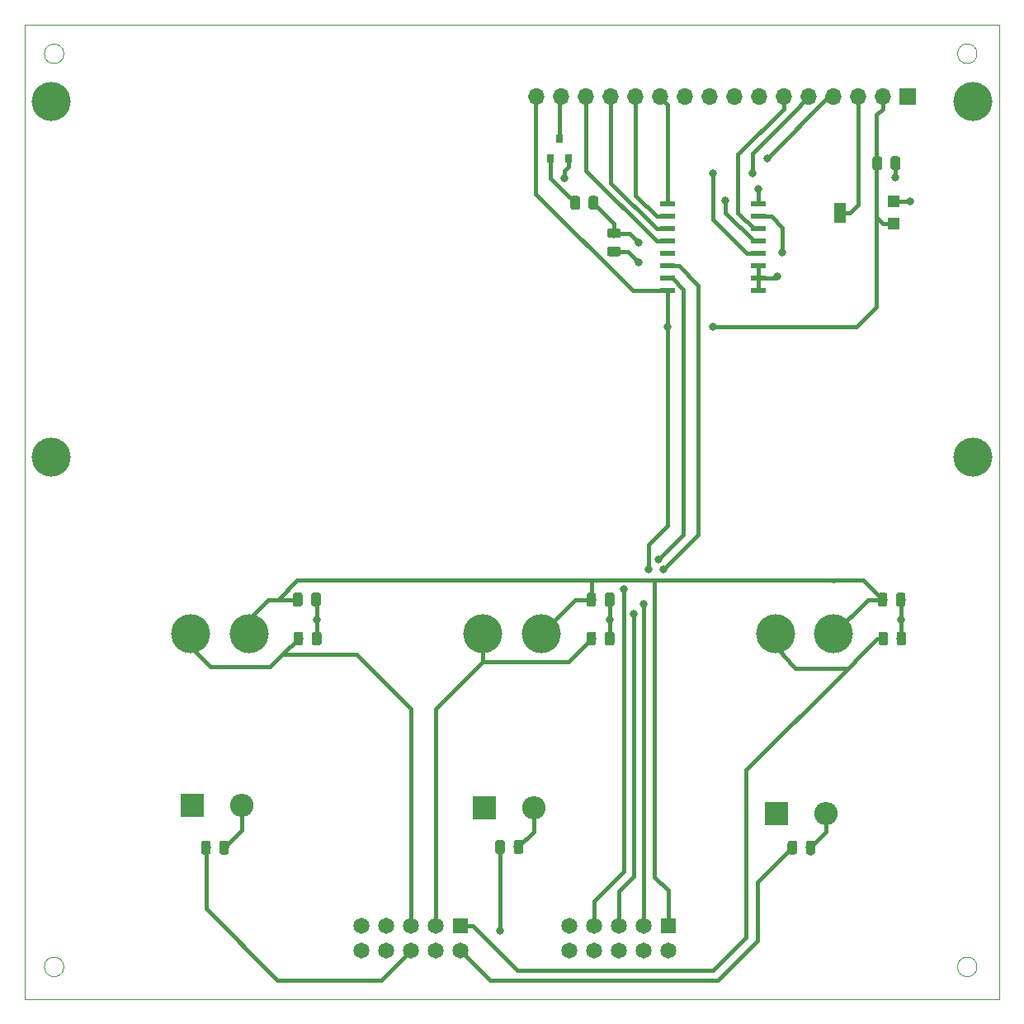
<source format=gbr>
%TF.GenerationSoftware,KiCad,Pcbnew,(5.0.0)*%
%TF.CreationDate,2020-03-24T12:10:01+01:00*%
%TF.ProjectId,Schaltplan_Modul2,536368616C74706C616E5F4D6F64756C,rev?*%
%TF.SameCoordinates,Original*%
%TF.FileFunction,Copper,L1,Top,Signal*%
%TF.FilePolarity,Positive*%
%FSLAX46Y46*%
G04 Gerber Fmt 4.6, Leading zero omitted, Abs format (unit mm)*
G04 Created by KiCad (PCBNEW (5.0.0)) date 03/24/20 12:10:01*
%MOMM*%
%LPD*%
G01*
G04 APERTURE LIST*
%TA.AperFunction,NonConductor*%
%ADD10C,0.100000*%
%TD*%
%TA.AperFunction,Conductor*%
%ADD11C,0.150000*%
%TD*%
%TA.AperFunction,SMDPad,CuDef*%
%ADD12C,0.975000*%
%TD*%
%TA.AperFunction,SMDPad,CuDef*%
%ADD13R,0.800000X0.900000*%
%TD*%
%TA.AperFunction,SMDPad,CuDef*%
%ADD14R,1.300000X1.300000*%
%TD*%
%TA.AperFunction,SMDPad,CuDef*%
%ADD15R,1.300000X2.000000*%
%TD*%
%TA.AperFunction,SMDPad,CuDef*%
%ADD16R,1.500000X0.600000*%
%TD*%
%TA.AperFunction,ComponentPad*%
%ADD17C,4.000000*%
%TD*%
%TA.AperFunction,ComponentPad*%
%ADD18O,2.400000X2.400000*%
%TD*%
%TA.AperFunction,ComponentPad*%
%ADD19R,2.400000X2.400000*%
%TD*%
%TA.AperFunction,ComponentPad*%
%ADD20R,1.650000X1.650000*%
%TD*%
%TA.AperFunction,ComponentPad*%
%ADD21C,1.650000*%
%TD*%
%TA.AperFunction,ComponentPad*%
%ADD22O,1.700000X1.700000*%
%TD*%
%TA.AperFunction,ComponentPad*%
%ADD23R,1.700000X1.700000*%
%TD*%
%TA.AperFunction,ViaPad*%
%ADD24C,0.800000*%
%TD*%
%TA.AperFunction,Conductor*%
%ADD25C,0.400000*%
%TD*%
G04 APERTURE END LIST*
D10*
X98285000Y-141450000D02*
G75*
G03X98285000Y-141450000I-1000000J0D01*
G01*
X191980000Y-141450000D02*
G75*
G03X191980000Y-141450000I-1000000J0D01*
G01*
X191980000Y-47755000D02*
G75*
G03X191980000Y-47755000I-1000000J0D01*
G01*
X98285000Y-47755000D02*
G75*
G03X98285000Y-47755000I-1000000J0D01*
G01*
X94285000Y-144755000D02*
X194285000Y-144755000D01*
X194285000Y-44755000D02*
X194285000Y-144755000D01*
X94285000Y-144755000D02*
X94285000Y-44755000D01*
X94285000Y-44755000D02*
X194285000Y-44755000D01*
D11*
%TO.N,Net-(C3-Pad2)*%
%TO.C,C3*%
G36*
X155217142Y-65683174D02*
X155240803Y-65686684D01*
X155264007Y-65692496D01*
X155286529Y-65700554D01*
X155308153Y-65710782D01*
X155328670Y-65723079D01*
X155347883Y-65737329D01*
X155365607Y-65753393D01*
X155381671Y-65771117D01*
X155395921Y-65790330D01*
X155408218Y-65810847D01*
X155418446Y-65832471D01*
X155426504Y-65854993D01*
X155432316Y-65878197D01*
X155435826Y-65901858D01*
X155437000Y-65925750D01*
X155437000Y-66413250D01*
X155435826Y-66437142D01*
X155432316Y-66460803D01*
X155426504Y-66484007D01*
X155418446Y-66506529D01*
X155408218Y-66528153D01*
X155395921Y-66548670D01*
X155381671Y-66567883D01*
X155365607Y-66585607D01*
X155347883Y-66601671D01*
X155328670Y-66615921D01*
X155308153Y-66628218D01*
X155286529Y-66638446D01*
X155264007Y-66646504D01*
X155240803Y-66652316D01*
X155217142Y-66655826D01*
X155193250Y-66657000D01*
X154280750Y-66657000D01*
X154256858Y-66655826D01*
X154233197Y-66652316D01*
X154209993Y-66646504D01*
X154187471Y-66638446D01*
X154165847Y-66628218D01*
X154145330Y-66615921D01*
X154126117Y-66601671D01*
X154108393Y-66585607D01*
X154092329Y-66567883D01*
X154078079Y-66548670D01*
X154065782Y-66528153D01*
X154055554Y-66506529D01*
X154047496Y-66484007D01*
X154041684Y-66460803D01*
X154038174Y-66437142D01*
X154037000Y-66413250D01*
X154037000Y-65925750D01*
X154038174Y-65901858D01*
X154041684Y-65878197D01*
X154047496Y-65854993D01*
X154055554Y-65832471D01*
X154065782Y-65810847D01*
X154078079Y-65790330D01*
X154092329Y-65771117D01*
X154108393Y-65753393D01*
X154126117Y-65737329D01*
X154145330Y-65723079D01*
X154165847Y-65710782D01*
X154187471Y-65700554D01*
X154209993Y-65692496D01*
X154233197Y-65686684D01*
X154256858Y-65683174D01*
X154280750Y-65682000D01*
X155193250Y-65682000D01*
X155217142Y-65683174D01*
X155217142Y-65683174D01*
G37*
D12*
%TD*%
%TO.P,C3,2*%
%TO.N,Net-(C3-Pad2)*%
X154737000Y-66169500D03*
D11*
%TO.N,GND*%
%TO.C,C3*%
G36*
X155217142Y-67558174D02*
X155240803Y-67561684D01*
X155264007Y-67567496D01*
X155286529Y-67575554D01*
X155308153Y-67585782D01*
X155328670Y-67598079D01*
X155347883Y-67612329D01*
X155365607Y-67628393D01*
X155381671Y-67646117D01*
X155395921Y-67665330D01*
X155408218Y-67685847D01*
X155418446Y-67707471D01*
X155426504Y-67729993D01*
X155432316Y-67753197D01*
X155435826Y-67776858D01*
X155437000Y-67800750D01*
X155437000Y-68288250D01*
X155435826Y-68312142D01*
X155432316Y-68335803D01*
X155426504Y-68359007D01*
X155418446Y-68381529D01*
X155408218Y-68403153D01*
X155395921Y-68423670D01*
X155381671Y-68442883D01*
X155365607Y-68460607D01*
X155347883Y-68476671D01*
X155328670Y-68490921D01*
X155308153Y-68503218D01*
X155286529Y-68513446D01*
X155264007Y-68521504D01*
X155240803Y-68527316D01*
X155217142Y-68530826D01*
X155193250Y-68532000D01*
X154280750Y-68532000D01*
X154256858Y-68530826D01*
X154233197Y-68527316D01*
X154209993Y-68521504D01*
X154187471Y-68513446D01*
X154165847Y-68503218D01*
X154145330Y-68490921D01*
X154126117Y-68476671D01*
X154108393Y-68460607D01*
X154092329Y-68442883D01*
X154078079Y-68423670D01*
X154065782Y-68403153D01*
X154055554Y-68381529D01*
X154047496Y-68359007D01*
X154041684Y-68335803D01*
X154038174Y-68312142D01*
X154037000Y-68288250D01*
X154037000Y-67800750D01*
X154038174Y-67776858D01*
X154041684Y-67753197D01*
X154047496Y-67729993D01*
X154055554Y-67707471D01*
X154065782Y-67685847D01*
X154078079Y-67665330D01*
X154092329Y-67646117D01*
X154108393Y-67628393D01*
X154126117Y-67612329D01*
X154145330Y-67598079D01*
X154165847Y-67585782D01*
X154187471Y-67575554D01*
X154209993Y-67567496D01*
X154233197Y-67561684D01*
X154256858Y-67558174D01*
X154280750Y-67557000D01*
X155193250Y-67557000D01*
X155217142Y-67558174D01*
X155217142Y-67558174D01*
G37*
D12*
%TD*%
%TO.P,C3,1*%
%TO.N,GND*%
X154737000Y-68044500D03*
D13*
%TO.P,Q1,3*%
%TO.N,Net-(J3-Pad15)*%
X149149000Y-56455000D03*
%TO.P,Q1,2*%
%TO.N,GND*%
X150099000Y-58455000D03*
%TO.P,Q1,1*%
%TO.N,Net-(Q1-Pad1)*%
X148199000Y-58455000D03*
%TD*%
D14*
%TO.P,RV1,3*%
%TO.N,GND*%
X183395000Y-62909000D03*
D15*
%TO.P,RV1,2*%
%TO.N,Net-(J3-Pad3)*%
X177895000Y-64059000D03*
D14*
%TO.P,RV1,1*%
%TO.N,+5V*%
X183395000Y-65209000D03*
%TD*%
D16*
%TO.P,U1,16*%
%TO.N,+5V*%
X160247000Y-72060000D03*
%TO.P,U1,15*%
%TO.N,/SDA*%
X160247000Y-70790000D03*
%TO.P,U1,14*%
%TO.N,/SCL*%
X160247000Y-69520000D03*
%TO.P,U1,13*%
%TO.N,Net-(U1-Pad13)*%
X160247000Y-68250000D03*
%TO.P,U1,12*%
%TO.N,Net-(J3-Pad14)*%
X160247000Y-66980000D03*
%TO.P,U1,11*%
%TO.N,Net-(J3-Pad13)*%
X160247000Y-65710000D03*
%TO.P,U1,10*%
%TO.N,Net-(J3-Pad12)*%
X160247000Y-64440000D03*
%TO.P,U1,9*%
%TO.N,Net-(J3-Pad11)*%
X160247000Y-63170000D03*
%TO.P,U1,8*%
%TO.N,GND*%
X169547000Y-63170000D03*
%TO.P,U1,7*%
%TO.N,Net-(C3-Pad2)*%
X169547000Y-64440000D03*
%TO.P,U1,6*%
%TO.N,Net-(J3-Pad6)*%
X169547000Y-65710000D03*
%TO.P,U1,5*%
%TO.N,Net-(J3-Pad5)*%
X169547000Y-66980000D03*
%TO.P,U1,4*%
%TO.N,Net-(J3-Pad4)*%
X169547000Y-68250000D03*
%TO.P,U1,3*%
%TO.N,GND*%
X169547000Y-69520000D03*
%TO.P,U1,2*%
X169547000Y-70790000D03*
%TO.P,U1,1*%
X169547000Y-72060000D03*
%TD*%
D11*
%TO.N,GND*%
%TO.C,C4*%
G36*
X154552642Y-103056174D02*
X154576303Y-103059684D01*
X154599507Y-103065496D01*
X154622029Y-103073554D01*
X154643653Y-103083782D01*
X154664170Y-103096079D01*
X154683383Y-103110329D01*
X154701107Y-103126393D01*
X154717171Y-103144117D01*
X154731421Y-103163330D01*
X154743718Y-103183847D01*
X154753946Y-103205471D01*
X154762004Y-103227993D01*
X154767816Y-103251197D01*
X154771326Y-103274858D01*
X154772500Y-103298750D01*
X154772500Y-104211250D01*
X154771326Y-104235142D01*
X154767816Y-104258803D01*
X154762004Y-104282007D01*
X154753946Y-104304529D01*
X154743718Y-104326153D01*
X154731421Y-104346670D01*
X154717171Y-104365883D01*
X154701107Y-104383607D01*
X154683383Y-104399671D01*
X154664170Y-104413921D01*
X154643653Y-104426218D01*
X154622029Y-104436446D01*
X154599507Y-104444504D01*
X154576303Y-104450316D01*
X154552642Y-104453826D01*
X154528750Y-104455000D01*
X154041250Y-104455000D01*
X154017358Y-104453826D01*
X153993697Y-104450316D01*
X153970493Y-104444504D01*
X153947971Y-104436446D01*
X153926347Y-104426218D01*
X153905830Y-104413921D01*
X153886617Y-104399671D01*
X153868893Y-104383607D01*
X153852829Y-104365883D01*
X153838579Y-104346670D01*
X153826282Y-104326153D01*
X153816054Y-104304529D01*
X153807996Y-104282007D01*
X153802184Y-104258803D01*
X153798674Y-104235142D01*
X153797500Y-104211250D01*
X153797500Y-103298750D01*
X153798674Y-103274858D01*
X153802184Y-103251197D01*
X153807996Y-103227993D01*
X153816054Y-103205471D01*
X153826282Y-103183847D01*
X153838579Y-103163330D01*
X153852829Y-103144117D01*
X153868893Y-103126393D01*
X153886617Y-103110329D01*
X153905830Y-103096079D01*
X153926347Y-103083782D01*
X153947971Y-103073554D01*
X153970493Y-103065496D01*
X153993697Y-103059684D01*
X154017358Y-103056174D01*
X154041250Y-103055000D01*
X154528750Y-103055000D01*
X154552642Y-103056174D01*
X154552642Y-103056174D01*
G37*
D12*
%TD*%
%TO.P,C4,2*%
%TO.N,GND*%
X154285000Y-103755000D03*
D11*
%TO.N,+3V3*%
%TO.C,C4*%
G36*
X152677642Y-103056174D02*
X152701303Y-103059684D01*
X152724507Y-103065496D01*
X152747029Y-103073554D01*
X152768653Y-103083782D01*
X152789170Y-103096079D01*
X152808383Y-103110329D01*
X152826107Y-103126393D01*
X152842171Y-103144117D01*
X152856421Y-103163330D01*
X152868718Y-103183847D01*
X152878946Y-103205471D01*
X152887004Y-103227993D01*
X152892816Y-103251197D01*
X152896326Y-103274858D01*
X152897500Y-103298750D01*
X152897500Y-104211250D01*
X152896326Y-104235142D01*
X152892816Y-104258803D01*
X152887004Y-104282007D01*
X152878946Y-104304529D01*
X152868718Y-104326153D01*
X152856421Y-104346670D01*
X152842171Y-104365883D01*
X152826107Y-104383607D01*
X152808383Y-104399671D01*
X152789170Y-104413921D01*
X152768653Y-104426218D01*
X152747029Y-104436446D01*
X152724507Y-104444504D01*
X152701303Y-104450316D01*
X152677642Y-104453826D01*
X152653750Y-104455000D01*
X152166250Y-104455000D01*
X152142358Y-104453826D01*
X152118697Y-104450316D01*
X152095493Y-104444504D01*
X152072971Y-104436446D01*
X152051347Y-104426218D01*
X152030830Y-104413921D01*
X152011617Y-104399671D01*
X151993893Y-104383607D01*
X151977829Y-104365883D01*
X151963579Y-104346670D01*
X151951282Y-104326153D01*
X151941054Y-104304529D01*
X151932996Y-104282007D01*
X151927184Y-104258803D01*
X151923674Y-104235142D01*
X151922500Y-104211250D01*
X151922500Y-103298750D01*
X151923674Y-103274858D01*
X151927184Y-103251197D01*
X151932996Y-103227993D01*
X151941054Y-103205471D01*
X151951282Y-103183847D01*
X151963579Y-103163330D01*
X151977829Y-103144117D01*
X151993893Y-103126393D01*
X152011617Y-103110329D01*
X152030830Y-103096079D01*
X152051347Y-103083782D01*
X152072971Y-103073554D01*
X152095493Y-103065496D01*
X152118697Y-103059684D01*
X152142358Y-103056174D01*
X152166250Y-103055000D01*
X152653750Y-103055000D01*
X152677642Y-103056174D01*
X152677642Y-103056174D01*
G37*
D12*
%TD*%
%TO.P,C4,1*%
%TO.N,+3V3*%
X152410000Y-103755000D03*
D17*
%TO.P,SW4,1*%
%TO.N,+3V3*%
X117285000Y-107255000D03*
%TO.P,SW4,2*%
%TO.N,/IO32*%
X111285000Y-107295000D03*
%TD*%
%TO.P,SW3,1*%
%TO.N,+3V3*%
X147285000Y-107255000D03*
%TO.P,SW3,2*%
%TO.N,/IO13*%
X141285000Y-107295000D03*
%TD*%
%TO.P,SW1,1*%
%TO.N,+3V3*%
X177285000Y-107255000D03*
%TO.P,SW1,2*%
%TO.N,/IO2*%
X171285000Y-107295000D03*
%TD*%
D18*
%TO.P,D1,2*%
%TO.N,Net-(D1-Pad2)*%
X176525000Y-125715000D03*
D19*
%TO.P,D1,1*%
%TO.N,GND*%
X171445000Y-125715000D03*
%TD*%
D18*
%TO.P,D2,2*%
%TO.N,Net-(D2-Pad2)*%
X146525000Y-125155000D03*
D19*
%TO.P,D2,1*%
%TO.N,GND*%
X141445000Y-125155000D03*
%TD*%
D18*
%TO.P,D3,2*%
%TO.N,Net-(D3-Pad2)*%
X116525000Y-124854000D03*
D19*
%TO.P,D3,1*%
%TO.N,GND*%
X111445000Y-124854000D03*
%TD*%
D20*
%TO.P,J1,1*%
%TO.N,+3V3*%
X160325000Y-137211000D03*
D21*
%TO.P,J1,2*%
%TO.N,GND*%
X160325000Y-139751000D03*
%TO.P,J1,3*%
%TO.N,+5V*%
X157785000Y-137211000D03*
%TO.P,J1,4*%
%TO.N,/VSPI_CLK*%
X157785000Y-139751000D03*
%TO.P,J1,5*%
%TO.N,/SCL*%
X155245000Y-137211000D03*
%TO.P,J1,6*%
%TO.N,/VSPI_MOSI*%
X155245000Y-139751000D03*
%TO.P,J1,7*%
%TO.N,/SDA*%
X152705000Y-137211000D03*
%TO.P,J1,8*%
%TO.N,/VSPI_MISO*%
X152705000Y-139751000D03*
%TO.P,J1,9*%
%TO.N,Net-(J1-Pad9)*%
X150165000Y-137211000D03*
%TO.P,J1,10*%
%TO.N,/VSPI_CS*%
X150165000Y-139751000D03*
%TD*%
D20*
%TO.P,J2,1*%
%TO.N,/IO2*%
X138989000Y-137211000D03*
D21*
%TO.P,J2,2*%
%TO.N,/IO4*%
X138989000Y-139751000D03*
%TO.P,J2,3*%
%TO.N,/IO13*%
X136449000Y-137211000D03*
%TO.P,J2,4*%
%TO.N,/IO16*%
X136449000Y-139751000D03*
%TO.P,J2,5*%
%TO.N,/IO32*%
X133909000Y-137211000D03*
%TO.P,J2,6*%
%TO.N,/IO17*%
X133909000Y-139751000D03*
%TO.P,J2,7*%
%TO.N,N/C*%
X131369000Y-137211000D03*
%TO.P,J2,8*%
X131369000Y-139751000D03*
%TO.P,J2,9*%
X128829000Y-137211000D03*
%TO.P,J2,10*%
X128829000Y-139751000D03*
%TD*%
D11*
%TO.N,Net-(D3-Pad2)*%
%TO.C,R7*%
G36*
X114999642Y-128511174D02*
X115023303Y-128514684D01*
X115046507Y-128520496D01*
X115069029Y-128528554D01*
X115090653Y-128538782D01*
X115111170Y-128551079D01*
X115130383Y-128565329D01*
X115148107Y-128581393D01*
X115164171Y-128599117D01*
X115178421Y-128618330D01*
X115190718Y-128638847D01*
X115200946Y-128660471D01*
X115209004Y-128682993D01*
X115214816Y-128706197D01*
X115218326Y-128729858D01*
X115219500Y-128753750D01*
X115219500Y-129666250D01*
X115218326Y-129690142D01*
X115214816Y-129713803D01*
X115209004Y-129737007D01*
X115200946Y-129759529D01*
X115190718Y-129781153D01*
X115178421Y-129801670D01*
X115164171Y-129820883D01*
X115148107Y-129838607D01*
X115130383Y-129854671D01*
X115111170Y-129868921D01*
X115090653Y-129881218D01*
X115069029Y-129891446D01*
X115046507Y-129899504D01*
X115023303Y-129905316D01*
X114999642Y-129908826D01*
X114975750Y-129910000D01*
X114488250Y-129910000D01*
X114464358Y-129908826D01*
X114440697Y-129905316D01*
X114417493Y-129899504D01*
X114394971Y-129891446D01*
X114373347Y-129881218D01*
X114352830Y-129868921D01*
X114333617Y-129854671D01*
X114315893Y-129838607D01*
X114299829Y-129820883D01*
X114285579Y-129801670D01*
X114273282Y-129781153D01*
X114263054Y-129759529D01*
X114254996Y-129737007D01*
X114249184Y-129713803D01*
X114245674Y-129690142D01*
X114244500Y-129666250D01*
X114244500Y-128753750D01*
X114245674Y-128729858D01*
X114249184Y-128706197D01*
X114254996Y-128682993D01*
X114263054Y-128660471D01*
X114273282Y-128638847D01*
X114285579Y-128618330D01*
X114299829Y-128599117D01*
X114315893Y-128581393D01*
X114333617Y-128565329D01*
X114352830Y-128551079D01*
X114373347Y-128538782D01*
X114394971Y-128528554D01*
X114417493Y-128520496D01*
X114440697Y-128514684D01*
X114464358Y-128511174D01*
X114488250Y-128510000D01*
X114975750Y-128510000D01*
X114999642Y-128511174D01*
X114999642Y-128511174D01*
G37*
D12*
%TD*%
%TO.P,R7,2*%
%TO.N,Net-(D3-Pad2)*%
X114732000Y-129210000D03*
D11*
%TO.N,/IO17*%
%TO.C,R7*%
G36*
X113124642Y-128511174D02*
X113148303Y-128514684D01*
X113171507Y-128520496D01*
X113194029Y-128528554D01*
X113215653Y-128538782D01*
X113236170Y-128551079D01*
X113255383Y-128565329D01*
X113273107Y-128581393D01*
X113289171Y-128599117D01*
X113303421Y-128618330D01*
X113315718Y-128638847D01*
X113325946Y-128660471D01*
X113334004Y-128682993D01*
X113339816Y-128706197D01*
X113343326Y-128729858D01*
X113344500Y-128753750D01*
X113344500Y-129666250D01*
X113343326Y-129690142D01*
X113339816Y-129713803D01*
X113334004Y-129737007D01*
X113325946Y-129759529D01*
X113315718Y-129781153D01*
X113303421Y-129801670D01*
X113289171Y-129820883D01*
X113273107Y-129838607D01*
X113255383Y-129854671D01*
X113236170Y-129868921D01*
X113215653Y-129881218D01*
X113194029Y-129891446D01*
X113171507Y-129899504D01*
X113148303Y-129905316D01*
X113124642Y-129908826D01*
X113100750Y-129910000D01*
X112613250Y-129910000D01*
X112589358Y-129908826D01*
X112565697Y-129905316D01*
X112542493Y-129899504D01*
X112519971Y-129891446D01*
X112498347Y-129881218D01*
X112477830Y-129868921D01*
X112458617Y-129854671D01*
X112440893Y-129838607D01*
X112424829Y-129820883D01*
X112410579Y-129801670D01*
X112398282Y-129781153D01*
X112388054Y-129759529D01*
X112379996Y-129737007D01*
X112374184Y-129713803D01*
X112370674Y-129690142D01*
X112369500Y-129666250D01*
X112369500Y-128753750D01*
X112370674Y-128729858D01*
X112374184Y-128706197D01*
X112379996Y-128682993D01*
X112388054Y-128660471D01*
X112398282Y-128638847D01*
X112410579Y-128618330D01*
X112424829Y-128599117D01*
X112440893Y-128581393D01*
X112458617Y-128565329D01*
X112477830Y-128551079D01*
X112498347Y-128538782D01*
X112519971Y-128528554D01*
X112542493Y-128520496D01*
X112565697Y-128514684D01*
X112589358Y-128511174D01*
X112613250Y-128510000D01*
X113100750Y-128510000D01*
X113124642Y-128511174D01*
X113124642Y-128511174D01*
G37*
D12*
%TD*%
%TO.P,R7,1*%
%TO.N,/IO17*%
X112857000Y-129210000D03*
D17*
%TO.P,J3,*%
%TO.N,*%
X191549877Y-52644071D03*
X191549877Y-89184071D03*
X97009877Y-89184071D03*
X97009877Y-52644071D03*
D22*
%TO.P,J3,16*%
%TO.N,+5V*%
X146764798Y-52181558D03*
%TO.P,J3,15*%
%TO.N,Net-(J3-Pad15)*%
X149304798Y-52181558D03*
%TO.P,J3,14*%
%TO.N,Net-(J3-Pad14)*%
X151844798Y-52181558D03*
%TO.P,J3,13*%
%TO.N,Net-(J3-Pad13)*%
X154384798Y-52181558D03*
%TO.P,J3,12*%
%TO.N,Net-(J3-Pad12)*%
X156924798Y-52181558D03*
%TO.P,J3,11*%
%TO.N,Net-(J3-Pad11)*%
X159464798Y-52181558D03*
%TO.P,J3,10*%
%TO.N,Net-(J3-Pad10)*%
X162004798Y-52181558D03*
%TO.P,J3,9*%
%TO.N,Net-(J3-Pad9)*%
X164544798Y-52181558D03*
%TO.P,J3,8*%
%TO.N,Net-(J3-Pad8)*%
X167084798Y-52181558D03*
%TO.P,J3,7*%
%TO.N,Net-(J3-Pad7)*%
X169624798Y-52181558D03*
%TO.P,J3,6*%
%TO.N,Net-(J3-Pad6)*%
X172164798Y-52181558D03*
%TO.P,J3,5*%
%TO.N,Net-(J3-Pad5)*%
X174704798Y-52181558D03*
%TO.P,J3,4*%
%TO.N,Net-(J3-Pad4)*%
X177244798Y-52181558D03*
%TO.P,J3,3*%
%TO.N,Net-(J3-Pad3)*%
X179784798Y-52181558D03*
%TO.P,J3,2*%
%TO.N,+5V*%
X182324798Y-52181558D03*
D23*
%TO.P,J3,1*%
%TO.N,GND*%
X184864798Y-52181558D03*
%TD*%
D11*
%TO.N,+5V*%
%TO.C,C1*%
G36*
X182007142Y-58280174D02*
X182030803Y-58283684D01*
X182054007Y-58289496D01*
X182076529Y-58297554D01*
X182098153Y-58307782D01*
X182118670Y-58320079D01*
X182137883Y-58334329D01*
X182155607Y-58350393D01*
X182171671Y-58368117D01*
X182185921Y-58387330D01*
X182198218Y-58407847D01*
X182208446Y-58429471D01*
X182216504Y-58451993D01*
X182222316Y-58475197D01*
X182225826Y-58498858D01*
X182227000Y-58522750D01*
X182227000Y-59435250D01*
X182225826Y-59459142D01*
X182222316Y-59482803D01*
X182216504Y-59506007D01*
X182208446Y-59528529D01*
X182198218Y-59550153D01*
X182185921Y-59570670D01*
X182171671Y-59589883D01*
X182155607Y-59607607D01*
X182137883Y-59623671D01*
X182118670Y-59637921D01*
X182098153Y-59650218D01*
X182076529Y-59660446D01*
X182054007Y-59668504D01*
X182030803Y-59674316D01*
X182007142Y-59677826D01*
X181983250Y-59679000D01*
X181495750Y-59679000D01*
X181471858Y-59677826D01*
X181448197Y-59674316D01*
X181424993Y-59668504D01*
X181402471Y-59660446D01*
X181380847Y-59650218D01*
X181360330Y-59637921D01*
X181341117Y-59623671D01*
X181323393Y-59607607D01*
X181307329Y-59589883D01*
X181293079Y-59570670D01*
X181280782Y-59550153D01*
X181270554Y-59528529D01*
X181262496Y-59506007D01*
X181256684Y-59482803D01*
X181253174Y-59459142D01*
X181252000Y-59435250D01*
X181252000Y-58522750D01*
X181253174Y-58498858D01*
X181256684Y-58475197D01*
X181262496Y-58451993D01*
X181270554Y-58429471D01*
X181280782Y-58407847D01*
X181293079Y-58387330D01*
X181307329Y-58368117D01*
X181323393Y-58350393D01*
X181341117Y-58334329D01*
X181360330Y-58320079D01*
X181380847Y-58307782D01*
X181402471Y-58297554D01*
X181424993Y-58289496D01*
X181448197Y-58283684D01*
X181471858Y-58280174D01*
X181495750Y-58279000D01*
X181983250Y-58279000D01*
X182007142Y-58280174D01*
X182007142Y-58280174D01*
G37*
D12*
%TD*%
%TO.P,C1,2*%
%TO.N,+5V*%
X181739500Y-58979000D03*
D11*
%TO.N,GND*%
%TO.C,C1*%
G36*
X183882142Y-58280174D02*
X183905803Y-58283684D01*
X183929007Y-58289496D01*
X183951529Y-58297554D01*
X183973153Y-58307782D01*
X183993670Y-58320079D01*
X184012883Y-58334329D01*
X184030607Y-58350393D01*
X184046671Y-58368117D01*
X184060921Y-58387330D01*
X184073218Y-58407847D01*
X184083446Y-58429471D01*
X184091504Y-58451993D01*
X184097316Y-58475197D01*
X184100826Y-58498858D01*
X184102000Y-58522750D01*
X184102000Y-59435250D01*
X184100826Y-59459142D01*
X184097316Y-59482803D01*
X184091504Y-59506007D01*
X184083446Y-59528529D01*
X184073218Y-59550153D01*
X184060921Y-59570670D01*
X184046671Y-59589883D01*
X184030607Y-59607607D01*
X184012883Y-59623671D01*
X183993670Y-59637921D01*
X183973153Y-59650218D01*
X183951529Y-59660446D01*
X183929007Y-59668504D01*
X183905803Y-59674316D01*
X183882142Y-59677826D01*
X183858250Y-59679000D01*
X183370750Y-59679000D01*
X183346858Y-59677826D01*
X183323197Y-59674316D01*
X183299993Y-59668504D01*
X183277471Y-59660446D01*
X183255847Y-59650218D01*
X183235330Y-59637921D01*
X183216117Y-59623671D01*
X183198393Y-59607607D01*
X183182329Y-59589883D01*
X183168079Y-59570670D01*
X183155782Y-59550153D01*
X183145554Y-59528529D01*
X183137496Y-59506007D01*
X183131684Y-59482803D01*
X183128174Y-59459142D01*
X183127000Y-59435250D01*
X183127000Y-58522750D01*
X183128174Y-58498858D01*
X183131684Y-58475197D01*
X183137496Y-58451993D01*
X183145554Y-58429471D01*
X183155782Y-58407847D01*
X183168079Y-58387330D01*
X183182329Y-58368117D01*
X183198393Y-58350393D01*
X183216117Y-58334329D01*
X183235330Y-58320079D01*
X183255847Y-58307782D01*
X183277471Y-58297554D01*
X183299993Y-58289496D01*
X183323197Y-58283684D01*
X183346858Y-58280174D01*
X183370750Y-58279000D01*
X183858250Y-58279000D01*
X183882142Y-58280174D01*
X183882142Y-58280174D01*
G37*
D12*
%TD*%
%TO.P,C1,1*%
%TO.N,GND*%
X183614500Y-58979000D03*
D11*
%TO.N,GND*%
%TO.C,C2*%
G36*
X184427642Y-103056174D02*
X184451303Y-103059684D01*
X184474507Y-103065496D01*
X184497029Y-103073554D01*
X184518653Y-103083782D01*
X184539170Y-103096079D01*
X184558383Y-103110329D01*
X184576107Y-103126393D01*
X184592171Y-103144117D01*
X184606421Y-103163330D01*
X184618718Y-103183847D01*
X184628946Y-103205471D01*
X184637004Y-103227993D01*
X184642816Y-103251197D01*
X184646326Y-103274858D01*
X184647500Y-103298750D01*
X184647500Y-104211250D01*
X184646326Y-104235142D01*
X184642816Y-104258803D01*
X184637004Y-104282007D01*
X184628946Y-104304529D01*
X184618718Y-104326153D01*
X184606421Y-104346670D01*
X184592171Y-104365883D01*
X184576107Y-104383607D01*
X184558383Y-104399671D01*
X184539170Y-104413921D01*
X184518653Y-104426218D01*
X184497029Y-104436446D01*
X184474507Y-104444504D01*
X184451303Y-104450316D01*
X184427642Y-104453826D01*
X184403750Y-104455000D01*
X183916250Y-104455000D01*
X183892358Y-104453826D01*
X183868697Y-104450316D01*
X183845493Y-104444504D01*
X183822971Y-104436446D01*
X183801347Y-104426218D01*
X183780830Y-104413921D01*
X183761617Y-104399671D01*
X183743893Y-104383607D01*
X183727829Y-104365883D01*
X183713579Y-104346670D01*
X183701282Y-104326153D01*
X183691054Y-104304529D01*
X183682996Y-104282007D01*
X183677184Y-104258803D01*
X183673674Y-104235142D01*
X183672500Y-104211250D01*
X183672500Y-103298750D01*
X183673674Y-103274858D01*
X183677184Y-103251197D01*
X183682996Y-103227993D01*
X183691054Y-103205471D01*
X183701282Y-103183847D01*
X183713579Y-103163330D01*
X183727829Y-103144117D01*
X183743893Y-103126393D01*
X183761617Y-103110329D01*
X183780830Y-103096079D01*
X183801347Y-103083782D01*
X183822971Y-103073554D01*
X183845493Y-103065496D01*
X183868697Y-103059684D01*
X183892358Y-103056174D01*
X183916250Y-103055000D01*
X184403750Y-103055000D01*
X184427642Y-103056174D01*
X184427642Y-103056174D01*
G37*
D12*
%TD*%
%TO.P,C2,2*%
%TO.N,GND*%
X184160000Y-103755000D03*
D11*
%TO.N,+3V3*%
%TO.C,C2*%
G36*
X182552642Y-103056174D02*
X182576303Y-103059684D01*
X182599507Y-103065496D01*
X182622029Y-103073554D01*
X182643653Y-103083782D01*
X182664170Y-103096079D01*
X182683383Y-103110329D01*
X182701107Y-103126393D01*
X182717171Y-103144117D01*
X182731421Y-103163330D01*
X182743718Y-103183847D01*
X182753946Y-103205471D01*
X182762004Y-103227993D01*
X182767816Y-103251197D01*
X182771326Y-103274858D01*
X182772500Y-103298750D01*
X182772500Y-104211250D01*
X182771326Y-104235142D01*
X182767816Y-104258803D01*
X182762004Y-104282007D01*
X182753946Y-104304529D01*
X182743718Y-104326153D01*
X182731421Y-104346670D01*
X182717171Y-104365883D01*
X182701107Y-104383607D01*
X182683383Y-104399671D01*
X182664170Y-104413921D01*
X182643653Y-104426218D01*
X182622029Y-104436446D01*
X182599507Y-104444504D01*
X182576303Y-104450316D01*
X182552642Y-104453826D01*
X182528750Y-104455000D01*
X182041250Y-104455000D01*
X182017358Y-104453826D01*
X181993697Y-104450316D01*
X181970493Y-104444504D01*
X181947971Y-104436446D01*
X181926347Y-104426218D01*
X181905830Y-104413921D01*
X181886617Y-104399671D01*
X181868893Y-104383607D01*
X181852829Y-104365883D01*
X181838579Y-104346670D01*
X181826282Y-104326153D01*
X181816054Y-104304529D01*
X181807996Y-104282007D01*
X181802184Y-104258803D01*
X181798674Y-104235142D01*
X181797500Y-104211250D01*
X181797500Y-103298750D01*
X181798674Y-103274858D01*
X181802184Y-103251197D01*
X181807996Y-103227993D01*
X181816054Y-103205471D01*
X181826282Y-103183847D01*
X181838579Y-103163330D01*
X181852829Y-103144117D01*
X181868893Y-103126393D01*
X181886617Y-103110329D01*
X181905830Y-103096079D01*
X181926347Y-103083782D01*
X181947971Y-103073554D01*
X181970493Y-103065496D01*
X181993697Y-103059684D01*
X182017358Y-103056174D01*
X182041250Y-103055000D01*
X182528750Y-103055000D01*
X182552642Y-103056174D01*
X182552642Y-103056174D01*
G37*
D12*
%TD*%
%TO.P,C2,1*%
%TO.N,+3V3*%
X182285000Y-103755000D03*
D11*
%TO.N,GND*%
%TO.C,C5*%
G36*
X124427642Y-103056174D02*
X124451303Y-103059684D01*
X124474507Y-103065496D01*
X124497029Y-103073554D01*
X124518653Y-103083782D01*
X124539170Y-103096079D01*
X124558383Y-103110329D01*
X124576107Y-103126393D01*
X124592171Y-103144117D01*
X124606421Y-103163330D01*
X124618718Y-103183847D01*
X124628946Y-103205471D01*
X124637004Y-103227993D01*
X124642816Y-103251197D01*
X124646326Y-103274858D01*
X124647500Y-103298750D01*
X124647500Y-104211250D01*
X124646326Y-104235142D01*
X124642816Y-104258803D01*
X124637004Y-104282007D01*
X124628946Y-104304529D01*
X124618718Y-104326153D01*
X124606421Y-104346670D01*
X124592171Y-104365883D01*
X124576107Y-104383607D01*
X124558383Y-104399671D01*
X124539170Y-104413921D01*
X124518653Y-104426218D01*
X124497029Y-104436446D01*
X124474507Y-104444504D01*
X124451303Y-104450316D01*
X124427642Y-104453826D01*
X124403750Y-104455000D01*
X123916250Y-104455000D01*
X123892358Y-104453826D01*
X123868697Y-104450316D01*
X123845493Y-104444504D01*
X123822971Y-104436446D01*
X123801347Y-104426218D01*
X123780830Y-104413921D01*
X123761617Y-104399671D01*
X123743893Y-104383607D01*
X123727829Y-104365883D01*
X123713579Y-104346670D01*
X123701282Y-104326153D01*
X123691054Y-104304529D01*
X123682996Y-104282007D01*
X123677184Y-104258803D01*
X123673674Y-104235142D01*
X123672500Y-104211250D01*
X123672500Y-103298750D01*
X123673674Y-103274858D01*
X123677184Y-103251197D01*
X123682996Y-103227993D01*
X123691054Y-103205471D01*
X123701282Y-103183847D01*
X123713579Y-103163330D01*
X123727829Y-103144117D01*
X123743893Y-103126393D01*
X123761617Y-103110329D01*
X123780830Y-103096079D01*
X123801347Y-103083782D01*
X123822971Y-103073554D01*
X123845493Y-103065496D01*
X123868697Y-103059684D01*
X123892358Y-103056174D01*
X123916250Y-103055000D01*
X124403750Y-103055000D01*
X124427642Y-103056174D01*
X124427642Y-103056174D01*
G37*
D12*
%TD*%
%TO.P,C5,2*%
%TO.N,GND*%
X124160000Y-103755000D03*
D11*
%TO.N,+3V3*%
%TO.C,C5*%
G36*
X122552642Y-103056174D02*
X122576303Y-103059684D01*
X122599507Y-103065496D01*
X122622029Y-103073554D01*
X122643653Y-103083782D01*
X122664170Y-103096079D01*
X122683383Y-103110329D01*
X122701107Y-103126393D01*
X122717171Y-103144117D01*
X122731421Y-103163330D01*
X122743718Y-103183847D01*
X122753946Y-103205471D01*
X122762004Y-103227993D01*
X122767816Y-103251197D01*
X122771326Y-103274858D01*
X122772500Y-103298750D01*
X122772500Y-104211250D01*
X122771326Y-104235142D01*
X122767816Y-104258803D01*
X122762004Y-104282007D01*
X122753946Y-104304529D01*
X122743718Y-104326153D01*
X122731421Y-104346670D01*
X122717171Y-104365883D01*
X122701107Y-104383607D01*
X122683383Y-104399671D01*
X122664170Y-104413921D01*
X122643653Y-104426218D01*
X122622029Y-104436446D01*
X122599507Y-104444504D01*
X122576303Y-104450316D01*
X122552642Y-104453826D01*
X122528750Y-104455000D01*
X122041250Y-104455000D01*
X122017358Y-104453826D01*
X121993697Y-104450316D01*
X121970493Y-104444504D01*
X121947971Y-104436446D01*
X121926347Y-104426218D01*
X121905830Y-104413921D01*
X121886617Y-104399671D01*
X121868893Y-104383607D01*
X121852829Y-104365883D01*
X121838579Y-104346670D01*
X121826282Y-104326153D01*
X121816054Y-104304529D01*
X121807996Y-104282007D01*
X121802184Y-104258803D01*
X121798674Y-104235142D01*
X121797500Y-104211250D01*
X121797500Y-103298750D01*
X121798674Y-103274858D01*
X121802184Y-103251197D01*
X121807996Y-103227993D01*
X121816054Y-103205471D01*
X121826282Y-103183847D01*
X121838579Y-103163330D01*
X121852829Y-103144117D01*
X121868893Y-103126393D01*
X121886617Y-103110329D01*
X121905830Y-103096079D01*
X121926347Y-103083782D01*
X121947971Y-103073554D01*
X121970493Y-103065496D01*
X121993697Y-103059684D01*
X122017358Y-103056174D01*
X122041250Y-103055000D01*
X122528750Y-103055000D01*
X122552642Y-103056174D01*
X122552642Y-103056174D01*
G37*
D12*
%TD*%
%TO.P,C5,1*%
%TO.N,+3V3*%
X122285000Y-103755000D03*
D11*
%TO.N,GND*%
%TO.C,R8*%
G36*
X124490142Y-107056174D02*
X124513803Y-107059684D01*
X124537007Y-107065496D01*
X124559529Y-107073554D01*
X124581153Y-107083782D01*
X124601670Y-107096079D01*
X124620883Y-107110329D01*
X124638607Y-107126393D01*
X124654671Y-107144117D01*
X124668921Y-107163330D01*
X124681218Y-107183847D01*
X124691446Y-107205471D01*
X124699504Y-107227993D01*
X124705316Y-107251197D01*
X124708826Y-107274858D01*
X124710000Y-107298750D01*
X124710000Y-108211250D01*
X124708826Y-108235142D01*
X124705316Y-108258803D01*
X124699504Y-108282007D01*
X124691446Y-108304529D01*
X124681218Y-108326153D01*
X124668921Y-108346670D01*
X124654671Y-108365883D01*
X124638607Y-108383607D01*
X124620883Y-108399671D01*
X124601670Y-108413921D01*
X124581153Y-108426218D01*
X124559529Y-108436446D01*
X124537007Y-108444504D01*
X124513803Y-108450316D01*
X124490142Y-108453826D01*
X124466250Y-108455000D01*
X123978750Y-108455000D01*
X123954858Y-108453826D01*
X123931197Y-108450316D01*
X123907993Y-108444504D01*
X123885471Y-108436446D01*
X123863847Y-108426218D01*
X123843330Y-108413921D01*
X123824117Y-108399671D01*
X123806393Y-108383607D01*
X123790329Y-108365883D01*
X123776079Y-108346670D01*
X123763782Y-108326153D01*
X123753554Y-108304529D01*
X123745496Y-108282007D01*
X123739684Y-108258803D01*
X123736174Y-108235142D01*
X123735000Y-108211250D01*
X123735000Y-107298750D01*
X123736174Y-107274858D01*
X123739684Y-107251197D01*
X123745496Y-107227993D01*
X123753554Y-107205471D01*
X123763782Y-107183847D01*
X123776079Y-107163330D01*
X123790329Y-107144117D01*
X123806393Y-107126393D01*
X123824117Y-107110329D01*
X123843330Y-107096079D01*
X123863847Y-107083782D01*
X123885471Y-107073554D01*
X123907993Y-107065496D01*
X123931197Y-107059684D01*
X123954858Y-107056174D01*
X123978750Y-107055000D01*
X124466250Y-107055000D01*
X124490142Y-107056174D01*
X124490142Y-107056174D01*
G37*
D12*
%TD*%
%TO.P,R8,2*%
%TO.N,GND*%
X124222500Y-107755000D03*
D11*
%TO.N,/IO32*%
%TO.C,R8*%
G36*
X122615142Y-107056174D02*
X122638803Y-107059684D01*
X122662007Y-107065496D01*
X122684529Y-107073554D01*
X122706153Y-107083782D01*
X122726670Y-107096079D01*
X122745883Y-107110329D01*
X122763607Y-107126393D01*
X122779671Y-107144117D01*
X122793921Y-107163330D01*
X122806218Y-107183847D01*
X122816446Y-107205471D01*
X122824504Y-107227993D01*
X122830316Y-107251197D01*
X122833826Y-107274858D01*
X122835000Y-107298750D01*
X122835000Y-108211250D01*
X122833826Y-108235142D01*
X122830316Y-108258803D01*
X122824504Y-108282007D01*
X122816446Y-108304529D01*
X122806218Y-108326153D01*
X122793921Y-108346670D01*
X122779671Y-108365883D01*
X122763607Y-108383607D01*
X122745883Y-108399671D01*
X122726670Y-108413921D01*
X122706153Y-108426218D01*
X122684529Y-108436446D01*
X122662007Y-108444504D01*
X122638803Y-108450316D01*
X122615142Y-108453826D01*
X122591250Y-108455000D01*
X122103750Y-108455000D01*
X122079858Y-108453826D01*
X122056197Y-108450316D01*
X122032993Y-108444504D01*
X122010471Y-108436446D01*
X121988847Y-108426218D01*
X121968330Y-108413921D01*
X121949117Y-108399671D01*
X121931393Y-108383607D01*
X121915329Y-108365883D01*
X121901079Y-108346670D01*
X121888782Y-108326153D01*
X121878554Y-108304529D01*
X121870496Y-108282007D01*
X121864684Y-108258803D01*
X121861174Y-108235142D01*
X121860000Y-108211250D01*
X121860000Y-107298750D01*
X121861174Y-107274858D01*
X121864684Y-107251197D01*
X121870496Y-107227993D01*
X121878554Y-107205471D01*
X121888782Y-107183847D01*
X121901079Y-107163330D01*
X121915329Y-107144117D01*
X121931393Y-107126393D01*
X121949117Y-107110329D01*
X121968330Y-107096079D01*
X121988847Y-107083782D01*
X122010471Y-107073554D01*
X122032993Y-107065496D01*
X122056197Y-107059684D01*
X122079858Y-107056174D01*
X122103750Y-107055000D01*
X122591250Y-107055000D01*
X122615142Y-107056174D01*
X122615142Y-107056174D01*
G37*
D12*
%TD*%
%TO.P,R8,1*%
%TO.N,/IO32*%
X122347500Y-107755000D03*
D11*
%TO.N,Net-(Q1-Pad1)*%
%TO.C,R2*%
G36*
X151019142Y-62344174D02*
X151042803Y-62347684D01*
X151066007Y-62353496D01*
X151088529Y-62361554D01*
X151110153Y-62371782D01*
X151130670Y-62384079D01*
X151149883Y-62398329D01*
X151167607Y-62414393D01*
X151183671Y-62432117D01*
X151197921Y-62451330D01*
X151210218Y-62471847D01*
X151220446Y-62493471D01*
X151228504Y-62515993D01*
X151234316Y-62539197D01*
X151237826Y-62562858D01*
X151239000Y-62586750D01*
X151239000Y-63499250D01*
X151237826Y-63523142D01*
X151234316Y-63546803D01*
X151228504Y-63570007D01*
X151220446Y-63592529D01*
X151210218Y-63614153D01*
X151197921Y-63634670D01*
X151183671Y-63653883D01*
X151167607Y-63671607D01*
X151149883Y-63687671D01*
X151130670Y-63701921D01*
X151110153Y-63714218D01*
X151088529Y-63724446D01*
X151066007Y-63732504D01*
X151042803Y-63738316D01*
X151019142Y-63741826D01*
X150995250Y-63743000D01*
X150507750Y-63743000D01*
X150483858Y-63741826D01*
X150460197Y-63738316D01*
X150436993Y-63732504D01*
X150414471Y-63724446D01*
X150392847Y-63714218D01*
X150372330Y-63701921D01*
X150353117Y-63687671D01*
X150335393Y-63671607D01*
X150319329Y-63653883D01*
X150305079Y-63634670D01*
X150292782Y-63614153D01*
X150282554Y-63592529D01*
X150274496Y-63570007D01*
X150268684Y-63546803D01*
X150265174Y-63523142D01*
X150264000Y-63499250D01*
X150264000Y-62586750D01*
X150265174Y-62562858D01*
X150268684Y-62539197D01*
X150274496Y-62515993D01*
X150282554Y-62493471D01*
X150292782Y-62471847D01*
X150305079Y-62451330D01*
X150319329Y-62432117D01*
X150335393Y-62414393D01*
X150353117Y-62398329D01*
X150372330Y-62384079D01*
X150392847Y-62371782D01*
X150414471Y-62361554D01*
X150436993Y-62353496D01*
X150460197Y-62347684D01*
X150483858Y-62344174D01*
X150507750Y-62343000D01*
X150995250Y-62343000D01*
X151019142Y-62344174D01*
X151019142Y-62344174D01*
G37*
D12*
%TD*%
%TO.P,R2,2*%
%TO.N,Net-(Q1-Pad1)*%
X150751500Y-63043000D03*
D11*
%TO.N,Net-(C3-Pad2)*%
%TO.C,R2*%
G36*
X152894142Y-62344174D02*
X152917803Y-62347684D01*
X152941007Y-62353496D01*
X152963529Y-62361554D01*
X152985153Y-62371782D01*
X153005670Y-62384079D01*
X153024883Y-62398329D01*
X153042607Y-62414393D01*
X153058671Y-62432117D01*
X153072921Y-62451330D01*
X153085218Y-62471847D01*
X153095446Y-62493471D01*
X153103504Y-62515993D01*
X153109316Y-62539197D01*
X153112826Y-62562858D01*
X153114000Y-62586750D01*
X153114000Y-63499250D01*
X153112826Y-63523142D01*
X153109316Y-63546803D01*
X153103504Y-63570007D01*
X153095446Y-63592529D01*
X153085218Y-63614153D01*
X153072921Y-63634670D01*
X153058671Y-63653883D01*
X153042607Y-63671607D01*
X153024883Y-63687671D01*
X153005670Y-63701921D01*
X152985153Y-63714218D01*
X152963529Y-63724446D01*
X152941007Y-63732504D01*
X152917803Y-63738316D01*
X152894142Y-63741826D01*
X152870250Y-63743000D01*
X152382750Y-63743000D01*
X152358858Y-63741826D01*
X152335197Y-63738316D01*
X152311993Y-63732504D01*
X152289471Y-63724446D01*
X152267847Y-63714218D01*
X152247330Y-63701921D01*
X152228117Y-63687671D01*
X152210393Y-63671607D01*
X152194329Y-63653883D01*
X152180079Y-63634670D01*
X152167782Y-63614153D01*
X152157554Y-63592529D01*
X152149496Y-63570007D01*
X152143684Y-63546803D01*
X152140174Y-63523142D01*
X152139000Y-63499250D01*
X152139000Y-62586750D01*
X152140174Y-62562858D01*
X152143684Y-62539197D01*
X152149496Y-62515993D01*
X152157554Y-62493471D01*
X152167782Y-62471847D01*
X152180079Y-62451330D01*
X152194329Y-62432117D01*
X152210393Y-62414393D01*
X152228117Y-62398329D01*
X152247330Y-62384079D01*
X152267847Y-62371782D01*
X152289471Y-62361554D01*
X152311993Y-62353496D01*
X152335197Y-62347684D01*
X152358858Y-62344174D01*
X152382750Y-62343000D01*
X152870250Y-62343000D01*
X152894142Y-62344174D01*
X152894142Y-62344174D01*
G37*
D12*
%TD*%
%TO.P,R2,1*%
%TO.N,Net-(C3-Pad2)*%
X152626500Y-63043000D03*
D11*
%TO.N,GND*%
%TO.C,R1*%
G36*
X184490142Y-107056174D02*
X184513803Y-107059684D01*
X184537007Y-107065496D01*
X184559529Y-107073554D01*
X184581153Y-107083782D01*
X184601670Y-107096079D01*
X184620883Y-107110329D01*
X184638607Y-107126393D01*
X184654671Y-107144117D01*
X184668921Y-107163330D01*
X184681218Y-107183847D01*
X184691446Y-107205471D01*
X184699504Y-107227993D01*
X184705316Y-107251197D01*
X184708826Y-107274858D01*
X184710000Y-107298750D01*
X184710000Y-108211250D01*
X184708826Y-108235142D01*
X184705316Y-108258803D01*
X184699504Y-108282007D01*
X184691446Y-108304529D01*
X184681218Y-108326153D01*
X184668921Y-108346670D01*
X184654671Y-108365883D01*
X184638607Y-108383607D01*
X184620883Y-108399671D01*
X184601670Y-108413921D01*
X184581153Y-108426218D01*
X184559529Y-108436446D01*
X184537007Y-108444504D01*
X184513803Y-108450316D01*
X184490142Y-108453826D01*
X184466250Y-108455000D01*
X183978750Y-108455000D01*
X183954858Y-108453826D01*
X183931197Y-108450316D01*
X183907993Y-108444504D01*
X183885471Y-108436446D01*
X183863847Y-108426218D01*
X183843330Y-108413921D01*
X183824117Y-108399671D01*
X183806393Y-108383607D01*
X183790329Y-108365883D01*
X183776079Y-108346670D01*
X183763782Y-108326153D01*
X183753554Y-108304529D01*
X183745496Y-108282007D01*
X183739684Y-108258803D01*
X183736174Y-108235142D01*
X183735000Y-108211250D01*
X183735000Y-107298750D01*
X183736174Y-107274858D01*
X183739684Y-107251197D01*
X183745496Y-107227993D01*
X183753554Y-107205471D01*
X183763782Y-107183847D01*
X183776079Y-107163330D01*
X183790329Y-107144117D01*
X183806393Y-107126393D01*
X183824117Y-107110329D01*
X183843330Y-107096079D01*
X183863847Y-107083782D01*
X183885471Y-107073554D01*
X183907993Y-107065496D01*
X183931197Y-107059684D01*
X183954858Y-107056174D01*
X183978750Y-107055000D01*
X184466250Y-107055000D01*
X184490142Y-107056174D01*
X184490142Y-107056174D01*
G37*
D12*
%TD*%
%TO.P,R1,2*%
%TO.N,GND*%
X184222500Y-107755000D03*
D11*
%TO.N,/IO2*%
%TO.C,R1*%
G36*
X182615142Y-107056174D02*
X182638803Y-107059684D01*
X182662007Y-107065496D01*
X182684529Y-107073554D01*
X182706153Y-107083782D01*
X182726670Y-107096079D01*
X182745883Y-107110329D01*
X182763607Y-107126393D01*
X182779671Y-107144117D01*
X182793921Y-107163330D01*
X182806218Y-107183847D01*
X182816446Y-107205471D01*
X182824504Y-107227993D01*
X182830316Y-107251197D01*
X182833826Y-107274858D01*
X182835000Y-107298750D01*
X182835000Y-108211250D01*
X182833826Y-108235142D01*
X182830316Y-108258803D01*
X182824504Y-108282007D01*
X182816446Y-108304529D01*
X182806218Y-108326153D01*
X182793921Y-108346670D01*
X182779671Y-108365883D01*
X182763607Y-108383607D01*
X182745883Y-108399671D01*
X182726670Y-108413921D01*
X182706153Y-108426218D01*
X182684529Y-108436446D01*
X182662007Y-108444504D01*
X182638803Y-108450316D01*
X182615142Y-108453826D01*
X182591250Y-108455000D01*
X182103750Y-108455000D01*
X182079858Y-108453826D01*
X182056197Y-108450316D01*
X182032993Y-108444504D01*
X182010471Y-108436446D01*
X181988847Y-108426218D01*
X181968330Y-108413921D01*
X181949117Y-108399671D01*
X181931393Y-108383607D01*
X181915329Y-108365883D01*
X181901079Y-108346670D01*
X181888782Y-108326153D01*
X181878554Y-108304529D01*
X181870496Y-108282007D01*
X181864684Y-108258803D01*
X181861174Y-108235142D01*
X181860000Y-108211250D01*
X181860000Y-107298750D01*
X181861174Y-107274858D01*
X181864684Y-107251197D01*
X181870496Y-107227993D01*
X181878554Y-107205471D01*
X181888782Y-107183847D01*
X181901079Y-107163330D01*
X181915329Y-107144117D01*
X181931393Y-107126393D01*
X181949117Y-107110329D01*
X181968330Y-107096079D01*
X181988847Y-107083782D01*
X182010471Y-107073554D01*
X182032993Y-107065496D01*
X182056197Y-107059684D01*
X182079858Y-107056174D01*
X182103750Y-107055000D01*
X182591250Y-107055000D01*
X182615142Y-107056174D01*
X182615142Y-107056174D01*
G37*
D12*
%TD*%
%TO.P,R1,1*%
%TO.N,/IO2*%
X182347500Y-107755000D03*
D11*
%TO.N,Net-(D1-Pad2)*%
%TO.C,R3*%
G36*
X175173642Y-128511174D02*
X175197303Y-128514684D01*
X175220507Y-128520496D01*
X175243029Y-128528554D01*
X175264653Y-128538782D01*
X175285170Y-128551079D01*
X175304383Y-128565329D01*
X175322107Y-128581393D01*
X175338171Y-128599117D01*
X175352421Y-128618330D01*
X175364718Y-128638847D01*
X175374946Y-128660471D01*
X175383004Y-128682993D01*
X175388816Y-128706197D01*
X175392326Y-128729858D01*
X175393500Y-128753750D01*
X175393500Y-129666250D01*
X175392326Y-129690142D01*
X175388816Y-129713803D01*
X175383004Y-129737007D01*
X175374946Y-129759529D01*
X175364718Y-129781153D01*
X175352421Y-129801670D01*
X175338171Y-129820883D01*
X175322107Y-129838607D01*
X175304383Y-129854671D01*
X175285170Y-129868921D01*
X175264653Y-129881218D01*
X175243029Y-129891446D01*
X175220507Y-129899504D01*
X175197303Y-129905316D01*
X175173642Y-129908826D01*
X175149750Y-129910000D01*
X174662250Y-129910000D01*
X174638358Y-129908826D01*
X174614697Y-129905316D01*
X174591493Y-129899504D01*
X174568971Y-129891446D01*
X174547347Y-129881218D01*
X174526830Y-129868921D01*
X174507617Y-129854671D01*
X174489893Y-129838607D01*
X174473829Y-129820883D01*
X174459579Y-129801670D01*
X174447282Y-129781153D01*
X174437054Y-129759529D01*
X174428996Y-129737007D01*
X174423184Y-129713803D01*
X174419674Y-129690142D01*
X174418500Y-129666250D01*
X174418500Y-128753750D01*
X174419674Y-128729858D01*
X174423184Y-128706197D01*
X174428996Y-128682993D01*
X174437054Y-128660471D01*
X174447282Y-128638847D01*
X174459579Y-128618330D01*
X174473829Y-128599117D01*
X174489893Y-128581393D01*
X174507617Y-128565329D01*
X174526830Y-128551079D01*
X174547347Y-128538782D01*
X174568971Y-128528554D01*
X174591493Y-128520496D01*
X174614697Y-128514684D01*
X174638358Y-128511174D01*
X174662250Y-128510000D01*
X175149750Y-128510000D01*
X175173642Y-128511174D01*
X175173642Y-128511174D01*
G37*
D12*
%TD*%
%TO.P,R3,2*%
%TO.N,Net-(D1-Pad2)*%
X174906000Y-129210000D03*
D11*
%TO.N,/IO4*%
%TO.C,R3*%
G36*
X173298642Y-128511174D02*
X173322303Y-128514684D01*
X173345507Y-128520496D01*
X173368029Y-128528554D01*
X173389653Y-128538782D01*
X173410170Y-128551079D01*
X173429383Y-128565329D01*
X173447107Y-128581393D01*
X173463171Y-128599117D01*
X173477421Y-128618330D01*
X173489718Y-128638847D01*
X173499946Y-128660471D01*
X173508004Y-128682993D01*
X173513816Y-128706197D01*
X173517326Y-128729858D01*
X173518500Y-128753750D01*
X173518500Y-129666250D01*
X173517326Y-129690142D01*
X173513816Y-129713803D01*
X173508004Y-129737007D01*
X173499946Y-129759529D01*
X173489718Y-129781153D01*
X173477421Y-129801670D01*
X173463171Y-129820883D01*
X173447107Y-129838607D01*
X173429383Y-129854671D01*
X173410170Y-129868921D01*
X173389653Y-129881218D01*
X173368029Y-129891446D01*
X173345507Y-129899504D01*
X173322303Y-129905316D01*
X173298642Y-129908826D01*
X173274750Y-129910000D01*
X172787250Y-129910000D01*
X172763358Y-129908826D01*
X172739697Y-129905316D01*
X172716493Y-129899504D01*
X172693971Y-129891446D01*
X172672347Y-129881218D01*
X172651830Y-129868921D01*
X172632617Y-129854671D01*
X172614893Y-129838607D01*
X172598829Y-129820883D01*
X172584579Y-129801670D01*
X172572282Y-129781153D01*
X172562054Y-129759529D01*
X172553996Y-129737007D01*
X172548184Y-129713803D01*
X172544674Y-129690142D01*
X172543500Y-129666250D01*
X172543500Y-128753750D01*
X172544674Y-128729858D01*
X172548184Y-128706197D01*
X172553996Y-128682993D01*
X172562054Y-128660471D01*
X172572282Y-128638847D01*
X172584579Y-128618330D01*
X172598829Y-128599117D01*
X172614893Y-128581393D01*
X172632617Y-128565329D01*
X172651830Y-128551079D01*
X172672347Y-128538782D01*
X172693971Y-128528554D01*
X172716493Y-128520496D01*
X172739697Y-128514684D01*
X172763358Y-128511174D01*
X172787250Y-128510000D01*
X173274750Y-128510000D01*
X173298642Y-128511174D01*
X173298642Y-128511174D01*
G37*
D12*
%TD*%
%TO.P,R3,1*%
%TO.N,/IO4*%
X173031000Y-129210000D03*
D11*
%TO.N,Net-(D2-Pad2)*%
%TO.C,R5*%
G36*
X145195642Y-128437174D02*
X145219303Y-128440684D01*
X145242507Y-128446496D01*
X145265029Y-128454554D01*
X145286653Y-128464782D01*
X145307170Y-128477079D01*
X145326383Y-128491329D01*
X145344107Y-128507393D01*
X145360171Y-128525117D01*
X145374421Y-128544330D01*
X145386718Y-128564847D01*
X145396946Y-128586471D01*
X145405004Y-128608993D01*
X145410816Y-128632197D01*
X145414326Y-128655858D01*
X145415500Y-128679750D01*
X145415500Y-129592250D01*
X145414326Y-129616142D01*
X145410816Y-129639803D01*
X145405004Y-129663007D01*
X145396946Y-129685529D01*
X145386718Y-129707153D01*
X145374421Y-129727670D01*
X145360171Y-129746883D01*
X145344107Y-129764607D01*
X145326383Y-129780671D01*
X145307170Y-129794921D01*
X145286653Y-129807218D01*
X145265029Y-129817446D01*
X145242507Y-129825504D01*
X145219303Y-129831316D01*
X145195642Y-129834826D01*
X145171750Y-129836000D01*
X144684250Y-129836000D01*
X144660358Y-129834826D01*
X144636697Y-129831316D01*
X144613493Y-129825504D01*
X144590971Y-129817446D01*
X144569347Y-129807218D01*
X144548830Y-129794921D01*
X144529617Y-129780671D01*
X144511893Y-129764607D01*
X144495829Y-129746883D01*
X144481579Y-129727670D01*
X144469282Y-129707153D01*
X144459054Y-129685529D01*
X144450996Y-129663007D01*
X144445184Y-129639803D01*
X144441674Y-129616142D01*
X144440500Y-129592250D01*
X144440500Y-128679750D01*
X144441674Y-128655858D01*
X144445184Y-128632197D01*
X144450996Y-128608993D01*
X144459054Y-128586471D01*
X144469282Y-128564847D01*
X144481579Y-128544330D01*
X144495829Y-128525117D01*
X144511893Y-128507393D01*
X144529617Y-128491329D01*
X144548830Y-128477079D01*
X144569347Y-128464782D01*
X144590971Y-128454554D01*
X144613493Y-128446496D01*
X144636697Y-128440684D01*
X144660358Y-128437174D01*
X144684250Y-128436000D01*
X145171750Y-128436000D01*
X145195642Y-128437174D01*
X145195642Y-128437174D01*
G37*
D12*
%TD*%
%TO.P,R5,2*%
%TO.N,Net-(D2-Pad2)*%
X144928000Y-129136000D03*
D11*
%TO.N,/IO16*%
%TO.C,R5*%
G36*
X143320642Y-128437174D02*
X143344303Y-128440684D01*
X143367507Y-128446496D01*
X143390029Y-128454554D01*
X143411653Y-128464782D01*
X143432170Y-128477079D01*
X143451383Y-128491329D01*
X143469107Y-128507393D01*
X143485171Y-128525117D01*
X143499421Y-128544330D01*
X143511718Y-128564847D01*
X143521946Y-128586471D01*
X143530004Y-128608993D01*
X143535816Y-128632197D01*
X143539326Y-128655858D01*
X143540500Y-128679750D01*
X143540500Y-129592250D01*
X143539326Y-129616142D01*
X143535816Y-129639803D01*
X143530004Y-129663007D01*
X143521946Y-129685529D01*
X143511718Y-129707153D01*
X143499421Y-129727670D01*
X143485171Y-129746883D01*
X143469107Y-129764607D01*
X143451383Y-129780671D01*
X143432170Y-129794921D01*
X143411653Y-129807218D01*
X143390029Y-129817446D01*
X143367507Y-129825504D01*
X143344303Y-129831316D01*
X143320642Y-129834826D01*
X143296750Y-129836000D01*
X142809250Y-129836000D01*
X142785358Y-129834826D01*
X142761697Y-129831316D01*
X142738493Y-129825504D01*
X142715971Y-129817446D01*
X142694347Y-129807218D01*
X142673830Y-129794921D01*
X142654617Y-129780671D01*
X142636893Y-129764607D01*
X142620829Y-129746883D01*
X142606579Y-129727670D01*
X142594282Y-129707153D01*
X142584054Y-129685529D01*
X142575996Y-129663007D01*
X142570184Y-129639803D01*
X142566674Y-129616142D01*
X142565500Y-129592250D01*
X142565500Y-128679750D01*
X142566674Y-128655858D01*
X142570184Y-128632197D01*
X142575996Y-128608993D01*
X142584054Y-128586471D01*
X142594282Y-128564847D01*
X142606579Y-128544330D01*
X142620829Y-128525117D01*
X142636893Y-128507393D01*
X142654617Y-128491329D01*
X142673830Y-128477079D01*
X142694347Y-128464782D01*
X142715971Y-128454554D01*
X142738493Y-128446496D01*
X142761697Y-128440684D01*
X142785358Y-128437174D01*
X142809250Y-128436000D01*
X143296750Y-128436000D01*
X143320642Y-128437174D01*
X143320642Y-128437174D01*
G37*
D12*
%TD*%
%TO.P,R5,1*%
%TO.N,/IO16*%
X143053000Y-129136000D03*
D11*
%TO.N,GND*%
%TO.C,R6*%
G36*
X154552642Y-107056174D02*
X154576303Y-107059684D01*
X154599507Y-107065496D01*
X154622029Y-107073554D01*
X154643653Y-107083782D01*
X154664170Y-107096079D01*
X154683383Y-107110329D01*
X154701107Y-107126393D01*
X154717171Y-107144117D01*
X154731421Y-107163330D01*
X154743718Y-107183847D01*
X154753946Y-107205471D01*
X154762004Y-107227993D01*
X154767816Y-107251197D01*
X154771326Y-107274858D01*
X154772500Y-107298750D01*
X154772500Y-108211250D01*
X154771326Y-108235142D01*
X154767816Y-108258803D01*
X154762004Y-108282007D01*
X154753946Y-108304529D01*
X154743718Y-108326153D01*
X154731421Y-108346670D01*
X154717171Y-108365883D01*
X154701107Y-108383607D01*
X154683383Y-108399671D01*
X154664170Y-108413921D01*
X154643653Y-108426218D01*
X154622029Y-108436446D01*
X154599507Y-108444504D01*
X154576303Y-108450316D01*
X154552642Y-108453826D01*
X154528750Y-108455000D01*
X154041250Y-108455000D01*
X154017358Y-108453826D01*
X153993697Y-108450316D01*
X153970493Y-108444504D01*
X153947971Y-108436446D01*
X153926347Y-108426218D01*
X153905830Y-108413921D01*
X153886617Y-108399671D01*
X153868893Y-108383607D01*
X153852829Y-108365883D01*
X153838579Y-108346670D01*
X153826282Y-108326153D01*
X153816054Y-108304529D01*
X153807996Y-108282007D01*
X153802184Y-108258803D01*
X153798674Y-108235142D01*
X153797500Y-108211250D01*
X153797500Y-107298750D01*
X153798674Y-107274858D01*
X153802184Y-107251197D01*
X153807996Y-107227993D01*
X153816054Y-107205471D01*
X153826282Y-107183847D01*
X153838579Y-107163330D01*
X153852829Y-107144117D01*
X153868893Y-107126393D01*
X153886617Y-107110329D01*
X153905830Y-107096079D01*
X153926347Y-107083782D01*
X153947971Y-107073554D01*
X153970493Y-107065496D01*
X153993697Y-107059684D01*
X154017358Y-107056174D01*
X154041250Y-107055000D01*
X154528750Y-107055000D01*
X154552642Y-107056174D01*
X154552642Y-107056174D01*
G37*
D12*
%TD*%
%TO.P,R6,2*%
%TO.N,GND*%
X154285000Y-107755000D03*
D11*
%TO.N,/IO13*%
%TO.C,R6*%
G36*
X152677642Y-107056174D02*
X152701303Y-107059684D01*
X152724507Y-107065496D01*
X152747029Y-107073554D01*
X152768653Y-107083782D01*
X152789170Y-107096079D01*
X152808383Y-107110329D01*
X152826107Y-107126393D01*
X152842171Y-107144117D01*
X152856421Y-107163330D01*
X152868718Y-107183847D01*
X152878946Y-107205471D01*
X152887004Y-107227993D01*
X152892816Y-107251197D01*
X152896326Y-107274858D01*
X152897500Y-107298750D01*
X152897500Y-108211250D01*
X152896326Y-108235142D01*
X152892816Y-108258803D01*
X152887004Y-108282007D01*
X152878946Y-108304529D01*
X152868718Y-108326153D01*
X152856421Y-108346670D01*
X152842171Y-108365883D01*
X152826107Y-108383607D01*
X152808383Y-108399671D01*
X152789170Y-108413921D01*
X152768653Y-108426218D01*
X152747029Y-108436446D01*
X152724507Y-108444504D01*
X152701303Y-108450316D01*
X152677642Y-108453826D01*
X152653750Y-108455000D01*
X152166250Y-108455000D01*
X152142358Y-108453826D01*
X152118697Y-108450316D01*
X152095493Y-108444504D01*
X152072971Y-108436446D01*
X152051347Y-108426218D01*
X152030830Y-108413921D01*
X152011617Y-108399671D01*
X151993893Y-108383607D01*
X151977829Y-108365883D01*
X151963579Y-108346670D01*
X151951282Y-108326153D01*
X151941054Y-108304529D01*
X151932996Y-108282007D01*
X151927184Y-108258803D01*
X151923674Y-108235142D01*
X151922500Y-108211250D01*
X151922500Y-107298750D01*
X151923674Y-107274858D01*
X151927184Y-107251197D01*
X151932996Y-107227993D01*
X151941054Y-107205471D01*
X151951282Y-107183847D01*
X151963579Y-107163330D01*
X151977829Y-107144117D01*
X151993893Y-107126393D01*
X152011617Y-107110329D01*
X152030830Y-107096079D01*
X152051347Y-107083782D01*
X152072971Y-107073554D01*
X152095493Y-107065496D01*
X152118697Y-107059684D01*
X152142358Y-107056174D01*
X152166250Y-107055000D01*
X152653750Y-107055000D01*
X152677642Y-107056174D01*
X152677642Y-107056174D01*
G37*
D12*
%TD*%
%TO.P,R6,1*%
%TO.N,/IO13*%
X152410000Y-107755000D03*
D24*
%TO.N,GND*%
X124222500Y-105859000D03*
X154285000Y-105859000D03*
X184160000Y-105859000D03*
X183614500Y-60424500D03*
X149657000Y-60503000D03*
X185083000Y-62909000D03*
X169547000Y-61597000D03*
X171501000Y-70584500D03*
X157277000Y-69139000D03*
%TO.N,/IO16*%
X143053000Y-137719000D03*
%TO.N,+5V*%
X157785000Y-104191000D03*
X158293000Y-100635000D03*
X164897000Y-75743000D03*
X160247000Y-75743000D03*
%TO.N,Net-(J3-Pad5)*%
X166176000Y-62780000D03*
X168961000Y-59995000D03*
%TO.N,Net-(J3-Pad4)*%
X164897000Y-59995000D03*
X170485000Y-58471000D03*
%TO.N,/SCL*%
X156769000Y-105207000D03*
X159817000Y-100635000D03*
%TO.N,/SDA*%
X155753000Y-102667000D03*
X159309000Y-99619000D03*
%TO.N,Net-(C3-Pad2)*%
X172009000Y-68123000D03*
X157277000Y-67107000D03*
%TD*%
D25*
%TO.N,/IO13*%
X141285000Y-105795000D02*
X141285000Y-108623427D01*
X150894000Y-109271000D02*
X152410000Y-107755000D01*
X136449000Y-130607000D02*
X136449000Y-137211000D01*
X136449000Y-114959427D02*
X136449000Y-130607000D01*
X141285000Y-110123427D02*
X136449000Y-114959427D01*
X141285000Y-107295000D02*
X141285000Y-110123427D01*
X150041573Y-110123427D02*
X150894000Y-109271000D01*
X141285000Y-110123427D02*
X150041573Y-110123427D01*
%TO.N,GND*%
X184160000Y-107692500D02*
X184222500Y-107755000D01*
X184160000Y-103755000D02*
X184160000Y-105859000D01*
X154285000Y-107755000D02*
X154285000Y-105859000D01*
X124222500Y-103817500D02*
X124160000Y-103755000D01*
X124222500Y-107755000D02*
X124222500Y-105859000D01*
X124222500Y-105859000D02*
X124222500Y-103817500D01*
X154285000Y-105859000D02*
X154285000Y-103755000D01*
X184160000Y-105859000D02*
X184160000Y-107692500D01*
X183614500Y-58979000D02*
X183614500Y-60424500D01*
X183614500Y-60424500D02*
X183614500Y-60424500D01*
X150099000Y-59305000D02*
X149657000Y-59747000D01*
X150099000Y-58455000D02*
X150099000Y-59305000D01*
X149657000Y-59747000D02*
X149657000Y-60503000D01*
X183395000Y-62909000D02*
X185083000Y-62909000D01*
X185083000Y-62909000D02*
X185083000Y-62909000D01*
X169547000Y-63170000D02*
X169547000Y-61597000D01*
X169547000Y-61597000D02*
X169547000Y-61597000D01*
X169547000Y-69520000D02*
X169547000Y-70790000D01*
X169547000Y-72060000D02*
X169547000Y-70790000D01*
X170117000Y-70790000D02*
X169547000Y-70790000D01*
X171295500Y-70790000D02*
X171501000Y-70584500D01*
X169547000Y-70790000D02*
X171295500Y-70790000D01*
X154737000Y-68044500D02*
X156182500Y-68044500D01*
X156182500Y-68044500D02*
X157277000Y-69139000D01*
X157277000Y-69139000D02*
X157277000Y-69139000D01*
%TO.N,Net-(D2-Pad2)*%
X146525000Y-127539000D02*
X146525000Y-125155000D01*
X144928000Y-129136000D02*
X146525000Y-127539000D01*
%TO.N,/IO16*%
X143053000Y-129136000D02*
X143053000Y-130480000D01*
X143053000Y-130480000D02*
X143053000Y-130480000D01*
X143053000Y-137153315D02*
X143053000Y-130480000D01*
X143053000Y-137719000D02*
X143053000Y-137153315D01*
%TO.N,+5V*%
X157785000Y-137211000D02*
X157785000Y-104191000D01*
X157785000Y-104191000D02*
X157785000Y-104191000D01*
X158293000Y-99111000D02*
X158293000Y-99111000D01*
X158293000Y-99111000D02*
X158293000Y-100635000D01*
X158293000Y-98095000D02*
X158293000Y-99111000D01*
X146687500Y-52258856D02*
X146764798Y-52181558D01*
X146687500Y-58471000D02*
X146687500Y-52258856D01*
X146687500Y-58471000D02*
X146687500Y-62105500D01*
X156642000Y-72060000D02*
X160247000Y-72060000D01*
X146687500Y-62105500D02*
X156642000Y-72060000D01*
X182324798Y-53383639D02*
X181661000Y-54047437D01*
X182324798Y-52181558D02*
X182324798Y-53383639D01*
X182345000Y-65209000D02*
X183395000Y-65209000D01*
X181661000Y-64525000D02*
X182345000Y-65209000D01*
X181661000Y-54047437D02*
X181661000Y-64525000D01*
X160247000Y-96141000D02*
X159817000Y-96571000D01*
X160247000Y-72060000D02*
X160247000Y-75743000D01*
X159817000Y-96571000D02*
X158293000Y-98095000D01*
X181661000Y-64525000D02*
X181661000Y-73711000D01*
X181661000Y-73711000D02*
X179629000Y-75743000D01*
X179629000Y-75743000D02*
X164897000Y-75743000D01*
X164897000Y-75743000D02*
X164897000Y-75743000D01*
X160247000Y-75743000D02*
X160247000Y-96141000D01*
%TO.N,Net-(D1-Pad2)*%
X174679000Y-129544000D02*
X174906000Y-129771000D01*
X176525000Y-127591000D02*
X174906000Y-129210000D01*
X176525000Y-125715000D02*
X176525000Y-127591000D01*
%TO.N,/IO4*%
X142037000Y-142799000D02*
X138989000Y-139751000D01*
X165405000Y-142799000D02*
X142037000Y-142799000D01*
X169469000Y-138735000D02*
X165405000Y-142799000D01*
X173031000Y-129210000D02*
X169469000Y-132772000D01*
X169469000Y-132772000D02*
X169469000Y-138735000D01*
%TO.N,/IO2*%
X181760000Y-107755000D02*
X182347500Y-107755000D01*
X140214000Y-137211000D02*
X144786000Y-141783000D01*
X138989000Y-137211000D02*
X140214000Y-137211000D01*
X144786000Y-141783000D02*
X164897000Y-141783000D01*
X168285000Y-138395000D02*
X168285000Y-121230000D01*
X164897000Y-141783000D02*
X168285000Y-138395000D01*
X171285000Y-108623427D02*
X172039573Y-109378000D01*
X171285000Y-105795000D02*
X171285000Y-108623427D01*
X180137000Y-109378000D02*
X181760000Y-107755000D01*
X172039573Y-109378000D02*
X172039573Y-109434573D01*
X173385000Y-110780000D02*
X178735000Y-110780000D01*
X172039573Y-109434573D02*
X173385000Y-110780000D01*
X168285000Y-121230000D02*
X178735000Y-110780000D01*
X178735000Y-110780000D02*
X180137000Y-109378000D01*
%TO.N,/IO32*%
X111649010Y-106159010D02*
X111649010Y-105795000D01*
X111285000Y-108623427D02*
X111272427Y-108636000D01*
X111285000Y-105795000D02*
X111285000Y-108623427D01*
X111272427Y-108636000D02*
X111303000Y-108636000D01*
X111303000Y-108636000D02*
X112065000Y-109398000D01*
X120704500Y-109398000D02*
X122347500Y-107755000D01*
X133909000Y-130607000D02*
X133909000Y-114986000D01*
X128321000Y-109398000D02*
X133909000Y-114986000D01*
X120704500Y-109398000D02*
X128321000Y-109398000D01*
X133909000Y-130607000D02*
X133909000Y-137211000D01*
X112065000Y-109398000D02*
X112078000Y-109398000D01*
X112078000Y-109398000D02*
X113360000Y-110680000D01*
X119422500Y-110680000D02*
X120704500Y-109398000D01*
X113360000Y-110680000D02*
X119422500Y-110680000D01*
%TO.N,Net-(D3-Pad2)*%
X116525000Y-127417000D02*
X116525000Y-124854000D01*
X114732000Y-129210000D02*
X116525000Y-127417000D01*
%TO.N,/IO17*%
X130861000Y-142799000D02*
X133909000Y-139751000D01*
X120193000Y-142799000D02*
X130861000Y-142799000D01*
X112857000Y-135463000D02*
X120193000Y-142799000D01*
X112857000Y-129210000D02*
X112857000Y-135463000D01*
%TO.N,Net-(J3-Pad11)*%
X160247000Y-52963760D02*
X159464798Y-52181558D01*
X160247000Y-63170000D02*
X160247000Y-52963760D01*
%TO.N,Net-(J3-Pad12)*%
X156924798Y-53383639D02*
X156924798Y-52181558D01*
X156924798Y-62267798D02*
X156924798Y-53383639D01*
X159097000Y-64440000D02*
X156924798Y-62267798D01*
X160247000Y-64440000D02*
X159097000Y-64440000D01*
%TO.N,Net-(J3-Pad13)*%
X154384798Y-53383639D02*
X154384798Y-52181558D01*
X154384798Y-60997798D02*
X154384798Y-53383639D01*
X159097000Y-65710000D02*
X154384798Y-60997798D01*
X160247000Y-65710000D02*
X159097000Y-65710000D01*
%TO.N,Net-(J3-Pad14)*%
X151844798Y-53383639D02*
X151844798Y-52181558D01*
X151844798Y-59727798D02*
X151844798Y-53383639D01*
X159097000Y-66980000D02*
X151844798Y-59727798D01*
X160247000Y-66980000D02*
X159097000Y-66980000D01*
%TO.N,Net-(J3-Pad6)*%
X169097000Y-65710000D02*
X169547000Y-65710000D01*
X167437000Y-64050000D02*
X169097000Y-65710000D01*
X167437000Y-58111437D02*
X167437000Y-64050000D01*
X172164798Y-53383639D02*
X167437000Y-58111437D01*
X172164798Y-52181558D02*
X172164798Y-53383639D01*
%TO.N,Net-(J3-Pad5)*%
X169547000Y-66980000D02*
X169097000Y-66980000D01*
X166176000Y-64059000D02*
X166176000Y-62780000D01*
X169097000Y-66980000D02*
X166176000Y-64059000D01*
X166176000Y-62780000D02*
X166176000Y-62780000D01*
X173854799Y-53031557D02*
X173854799Y-53069201D01*
X174704798Y-52181558D02*
X173854799Y-53031557D01*
X168961000Y-57963000D02*
X168961000Y-59995000D01*
X173854799Y-53069201D02*
X168961000Y-57963000D01*
%TO.N,Net-(J3-Pad4)*%
X168397000Y-68250000D02*
X164897000Y-64750000D01*
X169547000Y-68250000D02*
X168397000Y-68250000D01*
X164897000Y-64750000D02*
X164897000Y-63043000D01*
X164897000Y-63043000D02*
X164897000Y-59995000D01*
X164897000Y-59995000D02*
X164897000Y-59995000D01*
X176774442Y-52181558D02*
X177244798Y-52181558D01*
X170485000Y-58471000D02*
X176774442Y-52181558D01*
%TO.N,/SCL*%
X155245000Y-137211000D02*
X155245000Y-133655000D01*
X155245000Y-133655000D02*
X156769000Y-132131000D01*
X156769000Y-132131000D02*
X156769000Y-105207000D01*
X161849000Y-98603000D02*
X161849000Y-98603000D01*
X161397000Y-69520000D02*
X160247000Y-69520000D01*
X163373000Y-71496000D02*
X161397000Y-69520000D01*
X163373000Y-97079000D02*
X163373000Y-71496000D01*
X159817000Y-100635000D02*
X163373000Y-97079000D01*
%TO.N,/SDA*%
X155753000Y-106731000D02*
X155753000Y-102667000D01*
X155753000Y-131623000D02*
X155753000Y-106731000D01*
X152705000Y-137211000D02*
X152705000Y-134671000D01*
X152705000Y-134671000D02*
X155753000Y-131623000D01*
X161849000Y-97079000D02*
X159309000Y-99619000D01*
X161849000Y-71942000D02*
X161849000Y-97079000D01*
X160697000Y-70790000D02*
X161849000Y-71942000D01*
X160247000Y-70790000D02*
X160697000Y-70790000D01*
%TO.N,+3V3*%
X120285000Y-103755000D02*
X122285000Y-103755000D01*
X122245000Y-101795000D02*
X120285000Y-103755000D01*
X125273000Y-101795000D02*
X122245000Y-101795000D01*
X152245000Y-101795000D02*
X125273000Y-101795000D01*
X152410000Y-101960000D02*
X152410000Y-103755000D01*
X152245000Y-101795000D02*
X152410000Y-101960000D01*
X180325000Y-101795000D02*
X182285000Y-103755000D01*
X156007000Y-101795000D02*
X152245000Y-101795000D01*
X156261000Y-101795000D02*
X156007000Y-101795000D01*
X177285000Y-101853000D02*
X177343000Y-101795000D01*
X177343000Y-101795000D02*
X180325000Y-101795000D01*
X160325000Y-101795000D02*
X177343000Y-101795000D01*
X121697500Y-103755000D02*
X122285000Y-103755000D01*
X119284999Y-103755001D02*
X121697500Y-103755000D01*
X117285000Y-105755000D02*
X119284999Y-103755001D01*
X160325000Y-137211000D02*
X160325000Y-133620000D01*
X158910000Y-132205000D02*
X158910000Y-101795000D01*
X160325000Y-133620000D02*
X158910000Y-132205000D01*
X156007000Y-101795000D02*
X158910000Y-101795000D01*
X158910000Y-101795000D02*
X160325000Y-101795000D01*
X150785000Y-103755000D02*
X152410000Y-103755000D01*
X147285000Y-107255000D02*
X150785000Y-103755000D01*
X180785000Y-103755000D02*
X182285000Y-103755000D01*
X177285000Y-107255000D02*
X180785000Y-103755000D01*
%TO.N,Net-(J3-Pad3)*%
X178945000Y-64059000D02*
X177895000Y-64059000D01*
X179784798Y-63219202D02*
X178945000Y-64059000D01*
X179784798Y-52181558D02*
X179784798Y-63219202D01*
%TO.N,Net-(J3-Pad15)*%
X149149000Y-52337356D02*
X149304798Y-52181558D01*
X149149000Y-56455000D02*
X149149000Y-52337356D01*
%TO.N,Net-(C3-Pad2)*%
X154737000Y-65153500D02*
X152626500Y-63043000D01*
X154737000Y-66169500D02*
X154737000Y-65153500D01*
X169547000Y-64440000D02*
X170866000Y-64440000D01*
X170866000Y-64440000D02*
X172009000Y-65583000D01*
X172009000Y-65583000D02*
X172009000Y-68123000D01*
X172009000Y-68123000D02*
X172009000Y-68123000D01*
X156339500Y-66169500D02*
X157277000Y-67107000D01*
X154737000Y-66169500D02*
X156339500Y-66169500D01*
%TO.N,Net-(Q1-Pad1)*%
X148054500Y-58599500D02*
X148199000Y-58455000D01*
X150182763Y-62486763D02*
X148199000Y-60503000D01*
X150195263Y-62486763D02*
X150182763Y-62486763D01*
X150751500Y-63043000D02*
X150195263Y-62486763D01*
X148199000Y-58455000D02*
X148199000Y-60503000D01*
%TD*%
M02*

</source>
